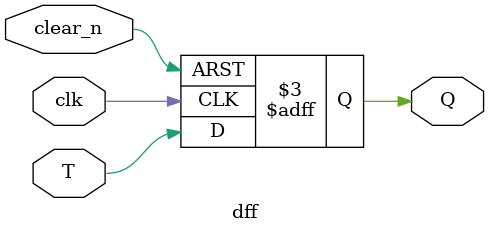
<source format=v>
`timescale 1ns/1ps

module lab7_2_2(input clk, input T, input clear_n, output Q);
    dff t0(clk, T^Q, clear_n, Q);
    // dff t0(clk, enable, clear_n, Q[0]);
    // dff t1(clk, (enable & Q[0]) ^ Q[1], clear_n, Q[1]);
    // dff t2(clk, (enable & Q[0] & Q[1]) ^ Q[2], clear_n, Q[2]);
    // dff t3(clk, (enable & Q[0] & Q[1] & Q[2]) ^ Q[3], clear_n, Q[3]);
    // dff t4(clk, (enable & Q[0] & Q[1] & Q[2] & Q[3]) ^ Q[4], clear_n, Q[4]);
    // dff t5(clk, (enable & Q[0] & Q[1] & Q[2] & Q[3] & Q[4]) ^ Q[5], clear_n, Q[5]);
    // dff t6(clk, (enable & Q[0] & Q[1] & Q[2] & Q[3] & Q[4] & Q[5]) ^ Q[6], clear_n, Q[6]);
    // dff t7(clk, (enable & Q[0] & Q[1] & Q[2] & Q[3] & Q[4] & Q[5] & Q[6]) ^ Q[7], clear_n, Q[7]);
endmodule

module dff(input clk, input T, input clear_n, output reg Q);
    always @(posedge clk or negedge clear_n)
    if (!clear_n) begin
        Q <= 0;
    end else begin
        Q <= T;
    end
endmodule
</source>
